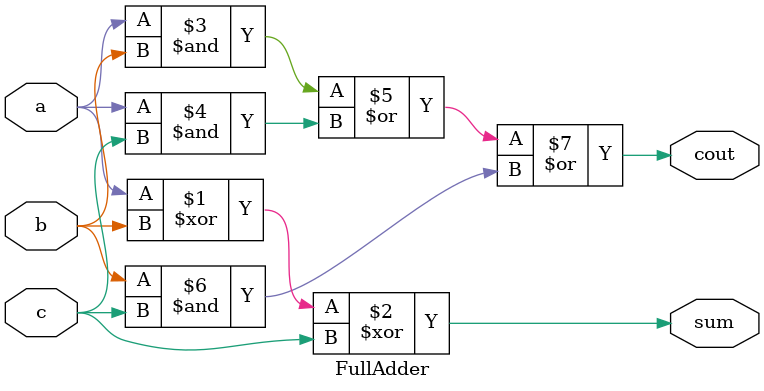
<source format=v>
module FullAdder(
	input a, b, c, 
	output cout, sum
);
//borrowed from my code in 180

assign sum = a^b^c;
assign cout = (a&b)|(a&c)|(b&c);

endmodule

</source>
